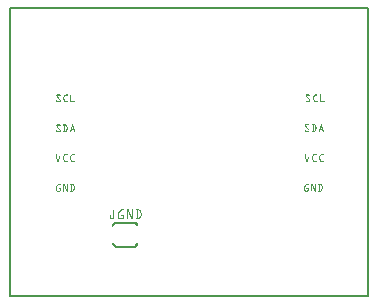
<source format=gto>
G04 MADE WITH FRITZING*
G04 WWW.FRITZING.ORG*
G04 DOUBLE SIDED*
G04 HOLES PLATED*
G04 CONTOUR ON CENTER OF CONTOUR VECTOR*
%ASAXBY*%
%FSLAX23Y23*%
%MOIN*%
%OFA0B0*%
%SFA1.0B1.0*%
%ADD10R,1.200790X0.966382X1.184790X0.950382*%
%ADD11C,0.008000*%
%ADD12R,0.001000X0.001000*%
%LNSILK1*%
G90*
G70*
G54D11*
X4Y962D02*
X1197Y962D01*
X1197Y4D01*
X4Y4D01*
X4Y962D01*
D02*
X420Y167D02*
X357Y167D01*
D02*
X357Y246D02*
X420Y246D01*
G54D12*
X161Y674D02*
X169Y674D01*
X189Y674D02*
X195Y674D01*
X206Y674D02*
X206Y674D01*
X992Y674D02*
X1001Y674D01*
X1021Y674D02*
X1027Y674D01*
X1038Y674D02*
X1038Y674D01*
X159Y673D02*
X171Y673D01*
X187Y673D02*
X196Y673D01*
X205Y673D02*
X207Y673D01*
X990Y673D02*
X1003Y673D01*
X1018Y673D02*
X1028Y673D01*
X1037Y673D02*
X1039Y673D01*
X158Y672D02*
X172Y672D01*
X186Y672D02*
X196Y672D01*
X205Y672D02*
X207Y672D01*
X990Y672D02*
X1004Y672D01*
X1017Y672D02*
X1028Y672D01*
X1037Y672D02*
X1039Y672D01*
X158Y671D02*
X173Y671D01*
X185Y671D02*
X195Y671D01*
X205Y671D02*
X207Y671D01*
X989Y671D02*
X1004Y671D01*
X1017Y671D02*
X1027Y671D01*
X1037Y671D02*
X1039Y671D01*
X158Y670D02*
X160Y670D01*
X170Y670D02*
X173Y670D01*
X184Y670D02*
X187Y670D01*
X205Y670D02*
X207Y670D01*
X989Y670D02*
X992Y670D01*
X1002Y670D02*
X1005Y670D01*
X1016Y670D02*
X1019Y670D01*
X1037Y670D02*
X1039Y670D01*
X158Y669D02*
X161Y669D01*
X171Y669D02*
X173Y669D01*
X184Y669D02*
X187Y669D01*
X205Y669D02*
X207Y669D01*
X990Y669D02*
X993Y669D01*
X1003Y669D02*
X1004Y669D01*
X1016Y669D02*
X1019Y669D01*
X1037Y669D02*
X1039Y669D01*
X158Y668D02*
X162Y668D01*
X184Y668D02*
X186Y668D01*
X205Y668D02*
X207Y668D01*
X990Y668D02*
X993Y668D01*
X1015Y668D02*
X1018Y668D01*
X1037Y668D02*
X1039Y668D01*
X159Y667D02*
X162Y667D01*
X183Y667D02*
X186Y667D01*
X205Y667D02*
X207Y667D01*
X991Y667D02*
X994Y667D01*
X1015Y667D02*
X1018Y667D01*
X1037Y667D02*
X1039Y667D01*
X160Y666D02*
X163Y666D01*
X183Y666D02*
X185Y666D01*
X205Y666D02*
X207Y666D01*
X992Y666D02*
X995Y666D01*
X1014Y666D02*
X1017Y666D01*
X1037Y666D02*
X1039Y666D01*
X161Y665D02*
X164Y665D01*
X182Y665D02*
X185Y665D01*
X205Y665D02*
X207Y665D01*
X992Y665D02*
X996Y665D01*
X1014Y665D02*
X1017Y665D01*
X1037Y665D02*
X1039Y665D01*
X161Y664D02*
X165Y664D01*
X182Y664D02*
X184Y664D01*
X205Y664D02*
X207Y664D01*
X993Y664D02*
X996Y664D01*
X1013Y664D02*
X1016Y664D01*
X1037Y664D02*
X1039Y664D01*
X162Y663D02*
X165Y663D01*
X181Y663D02*
X184Y663D01*
X205Y663D02*
X207Y663D01*
X994Y663D02*
X997Y663D01*
X1013Y663D02*
X1016Y663D01*
X1037Y663D02*
X1039Y663D01*
X163Y662D02*
X166Y662D01*
X181Y662D02*
X184Y662D01*
X205Y662D02*
X207Y662D01*
X995Y662D02*
X998Y662D01*
X1013Y662D02*
X1015Y662D01*
X1037Y662D02*
X1039Y662D01*
X164Y661D02*
X167Y661D01*
X181Y661D02*
X183Y661D01*
X205Y661D02*
X207Y661D01*
X996Y661D02*
X999Y661D01*
X1013Y661D02*
X1015Y661D01*
X1037Y661D02*
X1039Y661D01*
X165Y660D02*
X168Y660D01*
X181Y660D02*
X184Y660D01*
X205Y660D02*
X207Y660D01*
X996Y660D02*
X1000Y660D01*
X1013Y660D02*
X1016Y660D01*
X1037Y660D02*
X1039Y660D01*
X165Y659D02*
X169Y659D01*
X182Y659D02*
X184Y659D01*
X205Y659D02*
X207Y659D01*
X997Y659D02*
X1000Y659D01*
X1013Y659D02*
X1016Y659D01*
X1037Y659D02*
X1039Y659D01*
X166Y658D02*
X169Y658D01*
X182Y658D02*
X185Y658D01*
X205Y658D02*
X207Y658D01*
X998Y658D02*
X1001Y658D01*
X1014Y658D02*
X1016Y658D01*
X1037Y658D02*
X1039Y658D01*
X167Y657D02*
X170Y657D01*
X182Y657D02*
X185Y657D01*
X205Y657D02*
X207Y657D01*
X999Y657D02*
X1002Y657D01*
X1014Y657D02*
X1017Y657D01*
X1037Y657D02*
X1039Y657D01*
X168Y656D02*
X171Y656D01*
X183Y656D02*
X186Y656D01*
X205Y656D02*
X207Y656D01*
X999Y656D02*
X1003Y656D01*
X1015Y656D02*
X1017Y656D01*
X1037Y656D02*
X1039Y656D01*
X168Y655D02*
X172Y655D01*
X183Y655D02*
X186Y655D01*
X205Y655D02*
X207Y655D01*
X1000Y655D02*
X1003Y655D01*
X1015Y655D02*
X1018Y655D01*
X1037Y655D02*
X1039Y655D01*
X158Y654D02*
X159Y654D01*
X169Y654D02*
X172Y654D01*
X184Y654D02*
X187Y654D01*
X205Y654D02*
X207Y654D01*
X990Y654D02*
X991Y654D01*
X1001Y654D02*
X1004Y654D01*
X1016Y654D02*
X1018Y654D01*
X1037Y654D02*
X1039Y654D01*
X158Y653D02*
X160Y653D01*
X170Y653D02*
X173Y653D01*
X184Y653D02*
X187Y653D01*
X205Y653D02*
X207Y653D01*
X989Y653D02*
X992Y653D01*
X1002Y653D02*
X1005Y653D01*
X1016Y653D02*
X1019Y653D01*
X1037Y653D02*
X1039Y653D01*
X158Y652D02*
X161Y652D01*
X170Y652D02*
X173Y652D01*
X185Y652D02*
X188Y652D01*
X205Y652D02*
X207Y652D01*
X989Y652D02*
X992Y652D01*
X1002Y652D02*
X1005Y652D01*
X1017Y652D02*
X1020Y652D01*
X1037Y652D02*
X1039Y652D01*
X158Y651D02*
X173Y651D01*
X185Y651D02*
X196Y651D01*
X205Y651D02*
X220Y651D01*
X990Y651D02*
X1004Y651D01*
X1017Y651D02*
X1028Y651D01*
X1037Y651D02*
X1052Y651D01*
X159Y650D02*
X172Y650D01*
X186Y650D02*
X196Y650D01*
X205Y650D02*
X220Y650D01*
X991Y650D02*
X1004Y650D01*
X1018Y650D02*
X1028Y650D01*
X1037Y650D02*
X1052Y650D01*
X160Y649D02*
X171Y649D01*
X188Y649D02*
X196Y649D01*
X205Y649D02*
X219Y649D01*
X992Y649D02*
X1003Y649D01*
X1020Y649D02*
X1028Y649D01*
X1037Y649D02*
X1051Y649D01*
X988Y575D02*
X998Y575D01*
X1010Y575D02*
X1018Y575D01*
X1040Y575D02*
X1041Y575D01*
X160Y574D02*
X169Y574D01*
X182Y574D02*
X189Y574D01*
X212Y574D02*
X212Y574D01*
X987Y574D02*
X1000Y574D01*
X1010Y574D02*
X1020Y574D01*
X1040Y574D02*
X1042Y574D01*
X158Y573D02*
X171Y573D01*
X181Y573D02*
X190Y573D01*
X211Y573D02*
X213Y573D01*
X986Y573D02*
X1001Y573D01*
X1010Y573D02*
X1020Y573D01*
X1039Y573D02*
X1042Y573D01*
X157Y572D02*
X172Y572D01*
X181Y572D02*
X191Y572D01*
X210Y572D02*
X213Y572D01*
X986Y572D02*
X989Y572D01*
X998Y572D02*
X1001Y572D01*
X1012Y572D02*
X1021Y572D01*
X1039Y572D02*
X1043Y572D01*
X157Y571D02*
X172Y571D01*
X182Y571D02*
X192Y571D01*
X210Y571D02*
X214Y571D01*
X986Y571D02*
X989Y571D01*
X999Y571D02*
X1001Y571D01*
X1013Y571D02*
X1015Y571D01*
X1019Y571D02*
X1022Y571D01*
X1039Y571D02*
X1043Y571D01*
X157Y570D02*
X160Y570D01*
X170Y570D02*
X172Y570D01*
X184Y570D02*
X186Y570D01*
X190Y570D02*
X192Y570D01*
X210Y570D02*
X214Y570D01*
X986Y570D02*
X989Y570D01*
X999Y570D02*
X1001Y570D01*
X1013Y570D02*
X1015Y570D01*
X1019Y570D02*
X1022Y570D01*
X1038Y570D02*
X1043Y570D01*
X157Y569D02*
X160Y569D01*
X170Y569D02*
X172Y569D01*
X184Y569D02*
X186Y569D01*
X190Y569D02*
X193Y569D01*
X210Y569D02*
X214Y569D01*
X987Y569D02*
X990Y569D01*
X1013Y569D02*
X1015Y569D01*
X1020Y569D02*
X1023Y569D01*
X1038Y569D02*
X1043Y569D01*
X158Y568D02*
X161Y568D01*
X184Y568D02*
X186Y568D01*
X191Y568D02*
X193Y568D01*
X209Y568D02*
X214Y568D01*
X988Y568D02*
X991Y568D01*
X1013Y568D02*
X1015Y568D01*
X1020Y568D02*
X1023Y568D01*
X1038Y568D02*
X1044Y568D01*
X159Y567D02*
X162Y567D01*
X184Y567D02*
X186Y567D01*
X191Y567D02*
X194Y567D01*
X209Y567D02*
X215Y567D01*
X988Y567D02*
X992Y567D01*
X1013Y567D02*
X1015Y567D01*
X1021Y567D02*
X1024Y567D01*
X1038Y567D02*
X1044Y567D01*
X159Y566D02*
X163Y566D01*
X184Y566D02*
X186Y566D01*
X192Y566D02*
X194Y566D01*
X209Y566D02*
X215Y566D01*
X989Y566D02*
X993Y566D01*
X1013Y566D02*
X1015Y566D01*
X1021Y566D02*
X1024Y566D01*
X1037Y566D02*
X1040Y566D01*
X1042Y566D02*
X1044Y566D01*
X160Y565D02*
X163Y565D01*
X184Y565D02*
X186Y565D01*
X192Y565D02*
X195Y565D01*
X208Y565D02*
X211Y565D01*
X213Y565D02*
X215Y565D01*
X990Y565D02*
X993Y565D01*
X1013Y565D02*
X1015Y565D01*
X1022Y565D02*
X1024Y565D01*
X1037Y565D02*
X1039Y565D01*
X1042Y565D02*
X1045Y565D01*
X161Y564D02*
X164Y564D01*
X184Y564D02*
X186Y564D01*
X193Y564D02*
X195Y564D01*
X208Y564D02*
X211Y564D01*
X213Y564D02*
X216Y564D01*
X991Y564D02*
X994Y564D01*
X1013Y564D02*
X1015Y564D01*
X1022Y564D02*
X1025Y564D01*
X1037Y564D02*
X1039Y564D01*
X1042Y564D02*
X1045Y564D01*
X162Y563D02*
X165Y563D01*
X184Y563D02*
X186Y563D01*
X193Y563D02*
X196Y563D01*
X208Y563D02*
X210Y563D01*
X213Y563D02*
X216Y563D01*
X992Y563D02*
X995Y563D01*
X1013Y563D02*
X1015Y563D01*
X1023Y563D02*
X1025Y563D01*
X1036Y563D02*
X1039Y563D01*
X1043Y563D02*
X1045Y563D01*
X162Y562D02*
X166Y562D01*
X184Y562D02*
X186Y562D01*
X194Y562D02*
X196Y562D01*
X208Y562D02*
X210Y562D01*
X214Y562D02*
X216Y562D01*
X992Y562D02*
X996Y562D01*
X1013Y562D02*
X1015Y562D01*
X1022Y562D02*
X1025Y562D01*
X1036Y562D02*
X1039Y562D01*
X1043Y562D02*
X1045Y562D01*
X163Y561D02*
X167Y561D01*
X184Y561D02*
X186Y561D01*
X193Y561D02*
X196Y561D01*
X207Y561D02*
X210Y561D01*
X214Y561D02*
X216Y561D01*
X993Y561D02*
X996Y561D01*
X1013Y561D02*
X1015Y561D01*
X1022Y561D02*
X1025Y561D01*
X1036Y561D02*
X1038Y561D01*
X1043Y561D02*
X1046Y561D01*
X164Y560D02*
X167Y560D01*
X184Y560D02*
X186Y560D01*
X193Y560D02*
X196Y560D01*
X207Y560D02*
X209Y560D01*
X214Y560D02*
X217Y560D01*
X994Y560D02*
X997Y560D01*
X1013Y560D02*
X1015Y560D01*
X1022Y560D02*
X1024Y560D01*
X1036Y560D02*
X1038Y560D01*
X1044Y560D02*
X1046Y560D01*
X165Y559D02*
X168Y559D01*
X184Y559D02*
X186Y559D01*
X193Y559D02*
X195Y559D01*
X207Y559D02*
X209Y559D01*
X215Y559D02*
X217Y559D01*
X995Y559D02*
X998Y559D01*
X1013Y559D02*
X1015Y559D01*
X1021Y559D02*
X1024Y559D01*
X1035Y559D02*
X1038Y559D01*
X1044Y559D02*
X1046Y559D01*
X166Y558D02*
X169Y558D01*
X184Y558D02*
X186Y558D01*
X192Y558D02*
X195Y558D01*
X206Y558D02*
X209Y558D01*
X215Y558D02*
X217Y558D01*
X995Y558D02*
X999Y558D01*
X1013Y558D02*
X1015Y558D01*
X1021Y558D02*
X1023Y558D01*
X1035Y558D02*
X1047Y558D01*
X166Y557D02*
X170Y557D01*
X184Y557D02*
X186Y557D01*
X192Y557D02*
X195Y557D01*
X206Y557D02*
X218Y557D01*
X996Y557D02*
X1000Y557D01*
X1013Y557D02*
X1015Y557D01*
X1020Y557D02*
X1023Y557D01*
X1035Y557D02*
X1047Y557D01*
X167Y556D02*
X170Y556D01*
X184Y556D02*
X186Y556D01*
X191Y556D02*
X194Y556D01*
X206Y556D02*
X218Y556D01*
X997Y556D02*
X1000Y556D01*
X1013Y556D02*
X1015Y556D01*
X1020Y556D02*
X1022Y556D01*
X1034Y556D02*
X1047Y556D01*
X168Y555D02*
X171Y555D01*
X184Y555D02*
X186Y555D01*
X191Y555D02*
X194Y555D01*
X205Y555D02*
X218Y555D01*
X986Y555D02*
X988Y555D01*
X998Y555D02*
X1001Y555D01*
X1013Y555D02*
X1015Y555D01*
X1019Y555D02*
X1022Y555D01*
X1034Y555D02*
X1037Y555D01*
X1045Y555D02*
X1047Y555D01*
X157Y554D02*
X159Y554D01*
X169Y554D02*
X172Y554D01*
X184Y554D02*
X186Y554D01*
X190Y554D02*
X193Y554D01*
X205Y554D02*
X208Y554D01*
X216Y554D02*
X218Y554D01*
X986Y554D02*
X988Y554D01*
X999Y554D02*
X1001Y554D01*
X1013Y554D02*
X1015Y554D01*
X1019Y554D02*
X1022Y554D01*
X1034Y554D02*
X1036Y554D01*
X1045Y554D02*
X1048Y554D01*
X157Y553D02*
X159Y553D01*
X169Y553D02*
X172Y553D01*
X184Y553D02*
X186Y553D01*
X190Y553D02*
X193Y553D01*
X205Y553D02*
X207Y553D01*
X216Y553D02*
X219Y553D01*
X986Y553D02*
X1001Y553D01*
X1011Y553D02*
X1021Y553D01*
X1034Y553D02*
X1036Y553D01*
X1046Y553D02*
X1048Y553D01*
X157Y552D02*
X160Y552D01*
X170Y552D02*
X172Y552D01*
X183Y552D02*
X186Y552D01*
X189Y552D02*
X192Y552D01*
X205Y552D02*
X207Y552D01*
X217Y552D02*
X219Y552D01*
X987Y552D02*
X1001Y552D01*
X1010Y552D02*
X1020Y552D01*
X1033Y552D02*
X1036Y552D01*
X1046Y552D02*
X1048Y552D01*
X158Y551D02*
X172Y551D01*
X181Y551D02*
X192Y551D01*
X204Y551D02*
X207Y551D01*
X217Y551D02*
X219Y551D01*
X987Y551D02*
X1000Y551D01*
X1010Y551D02*
X1020Y551D01*
X1033Y551D02*
X1035Y551D01*
X1046Y551D02*
X1048Y551D01*
X158Y550D02*
X171Y550D01*
X181Y550D02*
X191Y550D01*
X204Y550D02*
X206Y550D01*
X217Y550D02*
X219Y550D01*
X989Y550D02*
X999Y550D01*
X1010Y550D02*
X1018Y550D01*
X1034Y550D02*
X1034Y550D01*
X1047Y550D02*
X1048Y550D01*
X160Y549D02*
X170Y549D01*
X181Y549D02*
X189Y549D01*
X205Y549D02*
X206Y549D01*
X218Y549D02*
X219Y549D01*
X156Y474D02*
X158Y474D01*
X169Y474D02*
X171Y474D01*
X185Y474D02*
X195Y474D01*
X209Y474D02*
X218Y474D01*
X986Y474D02*
X988Y474D01*
X999Y474D02*
X1001Y474D01*
X1015Y474D02*
X1025Y474D01*
X1039Y474D02*
X1048Y474D01*
X156Y473D02*
X158Y473D01*
X169Y473D02*
X171Y473D01*
X184Y473D02*
X195Y473D01*
X208Y473D02*
X218Y473D01*
X986Y473D02*
X988Y473D01*
X999Y473D02*
X1001Y473D01*
X1014Y473D02*
X1025Y473D01*
X1038Y473D02*
X1048Y473D01*
X156Y472D02*
X158Y472D01*
X169Y472D02*
X171Y472D01*
X183Y472D02*
X194Y472D01*
X207Y472D02*
X218Y472D01*
X986Y472D02*
X988Y472D01*
X999Y472D02*
X1001Y472D01*
X1014Y472D02*
X1024Y472D01*
X1037Y472D02*
X1048Y472D01*
X156Y471D02*
X158Y471D01*
X169Y471D02*
X171Y471D01*
X183Y471D02*
X186Y471D01*
X207Y471D02*
X209Y471D01*
X986Y471D02*
X988Y471D01*
X999Y471D02*
X1001Y471D01*
X1013Y471D02*
X1016Y471D01*
X1037Y471D02*
X1040Y471D01*
X156Y470D02*
X158Y470D01*
X169Y470D02*
X171Y470D01*
X182Y470D02*
X185Y470D01*
X206Y470D02*
X209Y470D01*
X986Y470D02*
X988Y470D01*
X999Y470D02*
X1001Y470D01*
X1013Y470D02*
X1015Y470D01*
X1036Y470D02*
X1039Y470D01*
X156Y469D02*
X158Y469D01*
X169Y469D02*
X171Y469D01*
X182Y469D02*
X185Y469D01*
X206Y469D02*
X208Y469D01*
X986Y469D02*
X988Y469D01*
X999Y469D02*
X1001Y469D01*
X1012Y469D02*
X1015Y469D01*
X1036Y469D02*
X1038Y469D01*
X156Y468D02*
X158Y468D01*
X169Y468D02*
X171Y468D01*
X181Y468D02*
X184Y468D01*
X205Y468D02*
X208Y468D01*
X986Y468D02*
X988Y468D01*
X999Y468D02*
X1001Y468D01*
X1012Y468D02*
X1014Y468D01*
X1035Y468D02*
X1038Y468D01*
X156Y467D02*
X159Y467D01*
X168Y467D02*
X171Y467D01*
X181Y467D02*
X184Y467D01*
X205Y467D02*
X207Y467D01*
X986Y467D02*
X989Y467D01*
X999Y467D02*
X1001Y467D01*
X1011Y467D02*
X1014Y467D01*
X1035Y467D02*
X1037Y467D01*
X156Y466D02*
X159Y466D01*
X168Y466D02*
X171Y466D01*
X180Y466D02*
X183Y466D01*
X204Y466D02*
X207Y466D01*
X986Y466D02*
X989Y466D01*
X998Y466D02*
X1001Y466D01*
X1011Y466D02*
X1013Y466D01*
X1034Y466D02*
X1037Y466D01*
X157Y465D02*
X159Y465D01*
X168Y465D02*
X170Y465D01*
X180Y465D02*
X183Y465D01*
X204Y465D02*
X206Y465D01*
X987Y465D02*
X989Y465D01*
X998Y465D02*
X1000Y465D01*
X1010Y465D02*
X1013Y465D01*
X1034Y465D02*
X1036Y465D01*
X157Y464D02*
X160Y464D01*
X167Y464D02*
X170Y464D01*
X180Y464D02*
X182Y464D01*
X203Y464D02*
X206Y464D01*
X987Y464D02*
X990Y464D01*
X997Y464D02*
X1000Y464D01*
X1010Y464D02*
X1012Y464D01*
X1033Y464D02*
X1036Y464D01*
X157Y463D02*
X160Y463D01*
X167Y463D02*
X169Y463D01*
X180Y463D02*
X182Y463D01*
X203Y463D02*
X206Y463D01*
X988Y463D02*
X990Y463D01*
X997Y463D02*
X1000Y463D01*
X1010Y463D02*
X1012Y463D01*
X1033Y463D02*
X1036Y463D01*
X158Y462D02*
X160Y462D01*
X166Y462D02*
X169Y462D01*
X179Y462D02*
X182Y462D01*
X203Y462D02*
X205Y462D01*
X988Y462D02*
X991Y462D01*
X997Y462D02*
X999Y462D01*
X1010Y462D02*
X1012Y462D01*
X1033Y462D02*
X1036Y462D01*
X158Y461D02*
X161Y461D01*
X166Y461D02*
X169Y461D01*
X180Y461D02*
X182Y461D01*
X203Y461D02*
X206Y461D01*
X988Y461D02*
X991Y461D01*
X996Y461D02*
X999Y461D01*
X1010Y461D02*
X1012Y461D01*
X1033Y461D02*
X1036Y461D01*
X159Y460D02*
X161Y460D01*
X166Y460D02*
X168Y460D01*
X180Y460D02*
X182Y460D01*
X203Y460D02*
X206Y460D01*
X989Y460D02*
X991Y460D01*
X996Y460D02*
X998Y460D01*
X1010Y460D02*
X1012Y460D01*
X1034Y460D02*
X1036Y460D01*
X159Y459D02*
X162Y459D01*
X165Y459D02*
X168Y459D01*
X180Y459D02*
X183Y459D01*
X204Y459D02*
X206Y459D01*
X989Y459D02*
X992Y459D01*
X995Y459D02*
X998Y459D01*
X1010Y459D02*
X1013Y459D01*
X1034Y459D02*
X1037Y459D01*
X159Y458D02*
X162Y458D01*
X165Y458D02*
X167Y458D01*
X181Y458D02*
X183Y458D01*
X204Y458D02*
X207Y458D01*
X990Y458D02*
X992Y458D01*
X995Y458D02*
X998Y458D01*
X1011Y458D02*
X1013Y458D01*
X1034Y458D02*
X1037Y458D01*
X160Y457D02*
X162Y457D01*
X165Y457D02*
X167Y457D01*
X181Y457D02*
X184Y457D01*
X205Y457D02*
X207Y457D01*
X990Y457D02*
X993Y457D01*
X995Y457D02*
X997Y457D01*
X1011Y457D02*
X1014Y457D01*
X1035Y457D02*
X1038Y457D01*
X160Y456D02*
X167Y456D01*
X182Y456D02*
X184Y456D01*
X205Y456D02*
X208Y456D01*
X990Y456D02*
X997Y456D01*
X1012Y456D02*
X1014Y456D01*
X1035Y456D02*
X1038Y456D01*
X161Y455D02*
X166Y455D01*
X182Y455D02*
X185Y455D01*
X206Y455D02*
X208Y455D01*
X991Y455D02*
X996Y455D01*
X1012Y455D02*
X1015Y455D01*
X1036Y455D02*
X1039Y455D01*
X161Y454D02*
X166Y454D01*
X183Y454D02*
X185Y454D01*
X206Y454D02*
X209Y454D01*
X991Y454D02*
X996Y454D01*
X1013Y454D02*
X1015Y454D01*
X1036Y454D02*
X1039Y454D01*
X161Y453D02*
X166Y453D01*
X183Y453D02*
X186Y453D01*
X207Y453D02*
X210Y453D01*
X992Y453D02*
X996Y453D01*
X1013Y453D02*
X1016Y453D01*
X1037Y453D02*
X1040Y453D01*
X162Y452D02*
X165Y452D01*
X184Y452D02*
X194Y452D01*
X207Y452D02*
X218Y452D01*
X992Y452D02*
X995Y452D01*
X1014Y452D02*
X1024Y452D01*
X1037Y452D02*
X1048Y452D01*
X162Y451D02*
X165Y451D01*
X184Y451D02*
X195Y451D01*
X208Y451D02*
X218Y451D01*
X992Y451D02*
X995Y451D01*
X1014Y451D02*
X1025Y451D01*
X1038Y451D02*
X1048Y451D01*
X163Y450D02*
X164Y450D01*
X186Y450D02*
X194Y450D01*
X209Y450D02*
X218Y450D01*
X993Y450D02*
X994Y450D01*
X1016Y450D02*
X1024Y450D01*
X1039Y450D02*
X1048Y450D01*
X166Y376D02*
X172Y376D01*
X181Y376D02*
X184Y376D01*
X195Y376D02*
X195Y376D01*
X206Y376D02*
X212Y376D01*
X992Y376D02*
X999Y376D01*
X1008Y376D02*
X1011Y376D01*
X1022Y376D02*
X1022Y376D01*
X1032Y376D02*
X1040Y376D01*
X164Y375D02*
X173Y375D01*
X181Y375D02*
X185Y375D01*
X194Y375D02*
X196Y375D01*
X205Y375D02*
X214Y375D01*
X991Y375D02*
X999Y375D01*
X1008Y375D02*
X1012Y375D01*
X1021Y375D02*
X1023Y375D01*
X1032Y375D02*
X1041Y375D01*
X163Y374D02*
X173Y374D01*
X181Y374D02*
X185Y374D01*
X194Y374D02*
X196Y374D01*
X205Y374D02*
X215Y374D01*
X990Y374D02*
X999Y374D01*
X1008Y374D02*
X1012Y374D01*
X1021Y374D02*
X1023Y374D01*
X1032Y374D02*
X1042Y374D01*
X162Y373D02*
X172Y373D01*
X181Y373D02*
X186Y373D01*
X194Y373D02*
X196Y373D01*
X206Y373D02*
X216Y373D01*
X989Y373D02*
X998Y373D01*
X1008Y373D02*
X1013Y373D01*
X1021Y373D02*
X1023Y373D01*
X1033Y373D02*
X1043Y373D01*
X162Y372D02*
X165Y372D01*
X181Y372D02*
X186Y372D01*
X194Y372D02*
X196Y372D01*
X208Y372D02*
X210Y372D01*
X214Y372D02*
X217Y372D01*
X988Y372D02*
X991Y372D01*
X1008Y372D02*
X1013Y372D01*
X1021Y372D02*
X1023Y372D01*
X1035Y372D02*
X1037Y372D01*
X1041Y372D02*
X1043Y372D01*
X161Y371D02*
X164Y371D01*
X181Y371D02*
X187Y371D01*
X194Y371D02*
X196Y371D01*
X208Y371D02*
X210Y371D01*
X214Y371D02*
X217Y371D01*
X987Y371D02*
X991Y371D01*
X1008Y371D02*
X1013Y371D01*
X1021Y371D02*
X1023Y371D01*
X1035Y371D02*
X1037Y371D01*
X1041Y371D02*
X1044Y371D01*
X160Y370D02*
X163Y370D01*
X181Y370D02*
X187Y370D01*
X194Y370D02*
X196Y370D01*
X208Y370D02*
X210Y370D01*
X215Y370D02*
X218Y370D01*
X987Y370D02*
X990Y370D01*
X1008Y370D02*
X1014Y370D01*
X1021Y370D02*
X1023Y370D01*
X1035Y370D02*
X1037Y370D01*
X1042Y370D02*
X1044Y370D01*
X159Y369D02*
X162Y369D01*
X181Y369D02*
X188Y369D01*
X194Y369D02*
X196Y369D01*
X208Y369D02*
X210Y369D01*
X215Y369D02*
X218Y369D01*
X986Y369D02*
X989Y369D01*
X1008Y369D02*
X1010Y369D01*
X1012Y369D02*
X1014Y369D01*
X1021Y369D02*
X1023Y369D01*
X1035Y369D02*
X1037Y369D01*
X1042Y369D02*
X1045Y369D01*
X159Y368D02*
X162Y368D01*
X181Y368D02*
X183Y368D01*
X185Y368D02*
X188Y368D01*
X194Y368D02*
X196Y368D01*
X208Y368D02*
X210Y368D01*
X216Y368D02*
X219Y368D01*
X985Y368D02*
X988Y368D01*
X1008Y368D02*
X1010Y368D01*
X1012Y368D02*
X1015Y368D01*
X1021Y368D02*
X1023Y368D01*
X1035Y368D02*
X1037Y368D01*
X1043Y368D02*
X1045Y368D01*
X158Y367D02*
X161Y367D01*
X181Y367D02*
X183Y367D01*
X186Y367D02*
X188Y367D01*
X194Y367D02*
X196Y367D01*
X208Y367D02*
X210Y367D01*
X216Y367D02*
X219Y367D01*
X985Y367D02*
X988Y367D01*
X1008Y367D02*
X1010Y367D01*
X1013Y367D02*
X1015Y367D01*
X1021Y367D02*
X1023Y367D01*
X1035Y367D02*
X1037Y367D01*
X1043Y367D02*
X1046Y367D01*
X158Y366D02*
X160Y366D01*
X181Y366D02*
X183Y366D01*
X186Y366D02*
X189Y366D01*
X194Y366D02*
X196Y366D01*
X208Y366D02*
X210Y366D01*
X217Y366D02*
X219Y366D01*
X984Y366D02*
X987Y366D01*
X1008Y366D02*
X1010Y366D01*
X1013Y366D02*
X1016Y366D01*
X1021Y366D02*
X1023Y366D01*
X1035Y366D02*
X1037Y366D01*
X1044Y366D02*
X1046Y366D01*
X158Y365D02*
X160Y365D01*
X181Y365D02*
X183Y365D01*
X187Y365D02*
X189Y365D01*
X194Y365D02*
X196Y365D01*
X208Y365D02*
X210Y365D01*
X217Y365D02*
X220Y365D01*
X984Y365D02*
X987Y365D01*
X1008Y365D02*
X1010Y365D01*
X1013Y365D02*
X1016Y365D01*
X1021Y365D02*
X1023Y365D01*
X1035Y365D02*
X1037Y365D01*
X1044Y365D02*
X1047Y365D01*
X157Y364D02*
X160Y364D01*
X181Y364D02*
X183Y364D01*
X187Y364D02*
X190Y364D01*
X194Y364D02*
X196Y364D01*
X208Y364D02*
X210Y364D01*
X218Y364D02*
X220Y364D01*
X984Y364D02*
X987Y364D01*
X1008Y364D02*
X1010Y364D01*
X1014Y364D02*
X1017Y364D01*
X1021Y364D02*
X1023Y364D01*
X1035Y364D02*
X1037Y364D01*
X1044Y364D02*
X1047Y364D01*
X157Y363D02*
X160Y363D01*
X181Y363D02*
X183Y363D01*
X188Y363D02*
X190Y363D01*
X194Y363D02*
X196Y363D01*
X208Y363D02*
X210Y363D01*
X218Y363D02*
X220Y363D01*
X984Y363D02*
X987Y363D01*
X1008Y363D02*
X1010Y363D01*
X1014Y363D02*
X1017Y363D01*
X1021Y363D02*
X1023Y363D01*
X1035Y363D02*
X1037Y363D01*
X1044Y363D02*
X1047Y363D01*
X157Y362D02*
X160Y362D01*
X167Y362D02*
X173Y362D01*
X181Y362D02*
X183Y362D01*
X188Y362D02*
X191Y362D01*
X194Y362D02*
X196Y362D01*
X208Y362D02*
X210Y362D01*
X217Y362D02*
X220Y362D01*
X984Y362D02*
X987Y362D01*
X993Y362D02*
X999Y362D01*
X1008Y362D02*
X1010Y362D01*
X1015Y362D02*
X1017Y362D01*
X1021Y362D02*
X1023Y362D01*
X1035Y362D02*
X1037Y362D01*
X1044Y362D02*
X1047Y362D01*
X157Y361D02*
X160Y361D01*
X166Y361D02*
X173Y361D01*
X181Y361D02*
X183Y361D01*
X188Y361D02*
X191Y361D01*
X194Y361D02*
X196Y361D01*
X208Y361D02*
X210Y361D01*
X217Y361D02*
X220Y361D01*
X984Y361D02*
X987Y361D01*
X992Y361D02*
X1000Y361D01*
X1008Y361D02*
X1010Y361D01*
X1015Y361D02*
X1018Y361D01*
X1021Y361D02*
X1023Y361D01*
X1035Y361D02*
X1037Y361D01*
X1044Y361D02*
X1046Y361D01*
X157Y360D02*
X160Y360D01*
X166Y360D02*
X173Y360D01*
X181Y360D02*
X183Y360D01*
X189Y360D02*
X192Y360D01*
X194Y360D02*
X196Y360D01*
X208Y360D02*
X210Y360D01*
X217Y360D02*
X219Y360D01*
X984Y360D02*
X987Y360D01*
X993Y360D02*
X1000Y360D01*
X1008Y360D02*
X1010Y360D01*
X1016Y360D02*
X1018Y360D01*
X1021Y360D02*
X1023Y360D01*
X1035Y360D02*
X1037Y360D01*
X1043Y360D02*
X1046Y360D01*
X157Y359D02*
X160Y359D01*
X167Y359D02*
X173Y359D01*
X181Y359D02*
X183Y359D01*
X189Y359D02*
X192Y359D01*
X194Y359D02*
X196Y359D01*
X208Y359D02*
X210Y359D01*
X216Y359D02*
X219Y359D01*
X984Y359D02*
X987Y359D01*
X997Y359D02*
X1000Y359D01*
X1008Y359D02*
X1010Y359D01*
X1016Y359D02*
X1019Y359D01*
X1021Y359D02*
X1023Y359D01*
X1035Y359D02*
X1037Y359D01*
X1043Y359D02*
X1045Y359D01*
X157Y358D02*
X160Y358D01*
X170Y358D02*
X173Y358D01*
X181Y358D02*
X183Y358D01*
X190Y358D02*
X192Y358D01*
X194Y358D02*
X196Y358D01*
X208Y358D02*
X210Y358D01*
X216Y358D02*
X218Y358D01*
X984Y358D02*
X987Y358D01*
X997Y358D02*
X1000Y358D01*
X1008Y358D02*
X1010Y358D01*
X1017Y358D02*
X1019Y358D01*
X1021Y358D02*
X1023Y358D01*
X1035Y358D02*
X1037Y358D01*
X1042Y358D02*
X1045Y358D01*
X157Y357D02*
X160Y357D01*
X170Y357D02*
X173Y357D01*
X181Y357D02*
X183Y357D01*
X190Y357D02*
X196Y357D01*
X208Y357D02*
X210Y357D01*
X215Y357D02*
X218Y357D01*
X984Y357D02*
X987Y357D01*
X997Y357D02*
X1000Y357D01*
X1008Y357D02*
X1010Y357D01*
X1017Y357D02*
X1023Y357D01*
X1035Y357D02*
X1037Y357D01*
X1042Y357D02*
X1044Y357D01*
X157Y356D02*
X160Y356D01*
X170Y356D02*
X173Y356D01*
X181Y356D02*
X183Y356D01*
X191Y356D02*
X196Y356D01*
X208Y356D02*
X210Y356D01*
X214Y356D02*
X217Y356D01*
X984Y356D02*
X987Y356D01*
X997Y356D02*
X1000Y356D01*
X1008Y356D02*
X1010Y356D01*
X1017Y356D02*
X1023Y356D01*
X1035Y356D02*
X1037Y356D01*
X1041Y356D02*
X1044Y356D01*
X158Y355D02*
X160Y355D01*
X170Y355D02*
X173Y355D01*
X181Y355D02*
X183Y355D01*
X191Y355D02*
X196Y355D01*
X208Y355D02*
X210Y355D01*
X214Y355D02*
X217Y355D01*
X984Y355D02*
X987Y355D01*
X997Y355D02*
X999Y355D01*
X1008Y355D02*
X1010Y355D01*
X1018Y355D02*
X1023Y355D01*
X1035Y355D02*
X1037Y355D01*
X1041Y355D02*
X1043Y355D01*
X158Y354D02*
X161Y354D01*
X169Y354D02*
X173Y354D01*
X181Y354D02*
X183Y354D01*
X192Y354D02*
X196Y354D01*
X208Y354D02*
X211Y354D01*
X213Y354D02*
X216Y354D01*
X985Y354D02*
X988Y354D01*
X995Y354D02*
X999Y354D01*
X1008Y354D02*
X1010Y354D01*
X1018Y354D02*
X1023Y354D01*
X1034Y354D02*
X1037Y354D01*
X1039Y354D02*
X1043Y354D01*
X158Y353D02*
X172Y353D01*
X181Y353D02*
X183Y353D01*
X192Y353D02*
X196Y353D01*
X205Y353D02*
X216Y353D01*
X985Y353D02*
X999Y353D01*
X1008Y353D02*
X1010Y353D01*
X1019Y353D02*
X1023Y353D01*
X1032Y353D02*
X1042Y353D01*
X159Y352D02*
X171Y352D01*
X181Y352D02*
X183Y352D01*
X192Y352D02*
X196Y352D01*
X205Y352D02*
X215Y352D01*
X986Y352D02*
X998Y352D01*
X1008Y352D02*
X1010Y352D01*
X1019Y352D02*
X1023Y352D01*
X1032Y352D02*
X1042Y352D01*
X160Y351D02*
X170Y351D01*
X182Y351D02*
X183Y351D01*
X193Y351D02*
X196Y351D01*
X205Y351D02*
X213Y351D01*
X988Y351D02*
X996Y351D01*
X1009Y351D02*
X1009Y351D01*
X1020Y351D02*
X1023Y351D01*
X1032Y351D02*
X1040Y351D01*
X349Y291D02*
X350Y291D01*
X374Y291D02*
X382Y291D01*
X394Y291D02*
X398Y291D01*
X411Y291D02*
X412Y291D01*
X425Y291D02*
X434Y291D01*
X348Y290D02*
X351Y290D01*
X372Y290D02*
X383Y290D01*
X393Y290D02*
X399Y290D01*
X410Y290D02*
X413Y290D01*
X424Y290D02*
X436Y290D01*
X348Y289D02*
X351Y289D01*
X371Y289D02*
X383Y289D01*
X393Y289D02*
X399Y289D01*
X410Y289D02*
X413Y289D01*
X424Y289D02*
X437Y289D01*
X348Y288D02*
X351Y288D01*
X370Y288D02*
X383Y288D01*
X393Y288D02*
X399Y288D01*
X410Y288D02*
X413Y288D01*
X424Y288D02*
X438Y288D01*
X348Y287D02*
X351Y287D01*
X369Y287D02*
X375Y287D01*
X393Y287D02*
X400Y287D01*
X410Y287D02*
X413Y287D01*
X427Y287D02*
X431Y287D01*
X433Y287D02*
X438Y287D01*
X348Y286D02*
X351Y286D01*
X369Y286D02*
X373Y286D01*
X393Y286D02*
X400Y286D01*
X410Y286D02*
X413Y286D01*
X428Y286D02*
X431Y286D01*
X435Y286D02*
X439Y286D01*
X348Y285D02*
X351Y285D01*
X368Y285D02*
X372Y285D01*
X393Y285D02*
X401Y285D01*
X410Y285D02*
X413Y285D01*
X428Y285D02*
X431Y285D01*
X436Y285D02*
X439Y285D01*
X348Y284D02*
X351Y284D01*
X367Y284D02*
X372Y284D01*
X393Y284D02*
X401Y284D01*
X410Y284D02*
X413Y284D01*
X428Y284D02*
X431Y284D01*
X436Y284D02*
X440Y284D01*
X348Y283D02*
X351Y283D01*
X366Y283D02*
X371Y283D01*
X393Y283D02*
X402Y283D01*
X410Y283D02*
X413Y283D01*
X428Y283D02*
X431Y283D01*
X437Y283D02*
X440Y283D01*
X348Y282D02*
X351Y282D01*
X366Y282D02*
X370Y282D01*
X393Y282D02*
X402Y282D01*
X410Y282D02*
X413Y282D01*
X428Y282D02*
X431Y282D01*
X437Y282D02*
X441Y282D01*
X348Y281D02*
X351Y281D01*
X365Y281D02*
X369Y281D01*
X393Y281D02*
X397Y281D01*
X399Y281D02*
X403Y281D01*
X410Y281D02*
X413Y281D01*
X428Y281D02*
X431Y281D01*
X438Y281D02*
X441Y281D01*
X348Y280D02*
X351Y280D01*
X364Y280D02*
X368Y280D01*
X393Y280D02*
X397Y280D01*
X399Y280D02*
X403Y280D01*
X410Y280D02*
X413Y280D01*
X428Y280D02*
X431Y280D01*
X438Y280D02*
X442Y280D01*
X348Y279D02*
X351Y279D01*
X364Y279D02*
X368Y279D01*
X393Y279D02*
X397Y279D01*
X400Y279D02*
X403Y279D01*
X410Y279D02*
X413Y279D01*
X428Y279D02*
X431Y279D01*
X439Y279D02*
X442Y279D01*
X348Y278D02*
X351Y278D01*
X364Y278D02*
X367Y278D01*
X393Y278D02*
X397Y278D01*
X400Y278D02*
X404Y278D01*
X410Y278D02*
X413Y278D01*
X428Y278D02*
X431Y278D01*
X439Y278D02*
X443Y278D01*
X348Y277D02*
X351Y277D01*
X364Y277D02*
X367Y277D01*
X393Y277D02*
X397Y277D01*
X401Y277D02*
X404Y277D01*
X410Y277D02*
X413Y277D01*
X428Y277D02*
X431Y277D01*
X440Y277D02*
X443Y277D01*
X348Y276D02*
X351Y276D01*
X364Y276D02*
X367Y276D01*
X393Y276D02*
X397Y276D01*
X401Y276D02*
X405Y276D01*
X410Y276D02*
X413Y276D01*
X428Y276D02*
X431Y276D01*
X440Y276D02*
X443Y276D01*
X348Y275D02*
X351Y275D01*
X364Y275D02*
X367Y275D01*
X393Y275D02*
X397Y275D01*
X402Y275D02*
X405Y275D01*
X410Y275D02*
X413Y275D01*
X428Y275D02*
X431Y275D01*
X440Y275D02*
X443Y275D01*
X348Y274D02*
X351Y274D01*
X364Y274D02*
X367Y274D01*
X393Y274D02*
X397Y274D01*
X402Y274D02*
X406Y274D01*
X410Y274D02*
X413Y274D01*
X428Y274D02*
X431Y274D01*
X440Y274D02*
X443Y274D01*
X336Y273D02*
X338Y273D01*
X348Y273D02*
X351Y273D01*
X364Y273D02*
X367Y273D01*
X375Y273D02*
X383Y273D01*
X393Y273D02*
X397Y273D01*
X402Y273D02*
X406Y273D01*
X410Y273D02*
X413Y273D01*
X428Y273D02*
X431Y273D01*
X440Y273D02*
X443Y273D01*
X336Y272D02*
X339Y272D01*
X348Y272D02*
X351Y272D01*
X364Y272D02*
X367Y272D01*
X374Y272D02*
X383Y272D01*
X393Y272D02*
X397Y272D01*
X403Y272D02*
X406Y272D01*
X410Y272D02*
X413Y272D01*
X428Y272D02*
X431Y272D01*
X439Y272D02*
X443Y272D01*
X336Y271D02*
X339Y271D01*
X348Y271D02*
X351Y271D01*
X364Y271D02*
X367Y271D01*
X374Y271D02*
X383Y271D01*
X393Y271D02*
X397Y271D01*
X403Y271D02*
X407Y271D01*
X410Y271D02*
X413Y271D01*
X428Y271D02*
X431Y271D01*
X439Y271D02*
X442Y271D01*
X336Y270D02*
X339Y270D01*
X348Y270D02*
X351Y270D01*
X364Y270D02*
X367Y270D01*
X375Y270D02*
X383Y270D01*
X393Y270D02*
X397Y270D01*
X404Y270D02*
X407Y270D01*
X410Y270D02*
X413Y270D01*
X428Y270D02*
X431Y270D01*
X438Y270D02*
X442Y270D01*
X336Y269D02*
X339Y269D01*
X348Y269D02*
X351Y269D01*
X364Y269D02*
X367Y269D01*
X380Y269D02*
X383Y269D01*
X393Y269D02*
X397Y269D01*
X404Y269D02*
X408Y269D01*
X410Y269D02*
X413Y269D01*
X428Y269D02*
X431Y269D01*
X438Y269D02*
X441Y269D01*
X336Y268D02*
X339Y268D01*
X348Y268D02*
X351Y268D01*
X364Y268D02*
X367Y268D01*
X380Y268D02*
X383Y268D01*
X393Y268D02*
X397Y268D01*
X405Y268D02*
X408Y268D01*
X410Y268D02*
X413Y268D01*
X428Y268D02*
X431Y268D01*
X437Y268D02*
X441Y268D01*
X336Y267D02*
X339Y267D01*
X348Y267D02*
X351Y267D01*
X364Y267D02*
X367Y267D01*
X380Y267D02*
X383Y267D01*
X393Y267D02*
X397Y267D01*
X405Y267D02*
X413Y267D01*
X428Y267D02*
X431Y267D01*
X437Y267D02*
X440Y267D01*
X336Y266D02*
X339Y266D01*
X348Y266D02*
X351Y266D01*
X364Y266D02*
X367Y266D01*
X380Y266D02*
X383Y266D01*
X393Y266D02*
X397Y266D01*
X405Y266D02*
X413Y266D01*
X428Y266D02*
X431Y266D01*
X436Y266D02*
X440Y266D01*
X336Y265D02*
X339Y265D01*
X348Y265D02*
X351Y265D01*
X364Y265D02*
X367Y265D01*
X380Y265D02*
X383Y265D01*
X393Y265D02*
X397Y265D01*
X406Y265D02*
X413Y265D01*
X428Y265D02*
X431Y265D01*
X436Y265D02*
X439Y265D01*
X336Y264D02*
X339Y264D01*
X348Y264D02*
X351Y264D01*
X364Y264D02*
X367Y264D01*
X380Y264D02*
X383Y264D01*
X393Y264D02*
X397Y264D01*
X406Y264D02*
X413Y264D01*
X428Y264D02*
X431Y264D01*
X435Y264D02*
X439Y264D01*
X336Y263D02*
X351Y263D01*
X364Y263D02*
X383Y263D01*
X393Y263D02*
X397Y263D01*
X407Y263D02*
X413Y263D01*
X426Y263D02*
X438Y263D01*
X337Y262D02*
X350Y262D01*
X364Y262D02*
X382Y262D01*
X393Y262D02*
X397Y262D01*
X407Y262D02*
X413Y262D01*
X424Y262D02*
X438Y262D01*
X337Y261D02*
X350Y261D01*
X365Y261D02*
X382Y261D01*
X394Y261D02*
X397Y261D01*
X408Y261D02*
X413Y261D01*
X424Y261D02*
X437Y261D01*
X338Y260D02*
X348Y260D01*
X366Y260D02*
X380Y260D01*
X394Y260D02*
X396Y260D01*
X408Y260D02*
X413Y260D01*
X424Y260D02*
X436Y260D01*
X340Y259D02*
X346Y259D01*
X368Y259D02*
X378Y259D01*
X395Y259D02*
X395Y259D01*
X409Y259D02*
X413Y259D01*
X425Y259D02*
X434Y259D01*
X420Y250D02*
X420Y250D01*
X352Y249D02*
X355Y249D01*
X420Y249D02*
X422Y249D01*
X351Y248D02*
X355Y248D01*
X420Y248D02*
X424Y248D01*
X349Y247D02*
X355Y247D01*
X419Y247D02*
X425Y247D01*
X348Y246D02*
X355Y246D01*
X419Y246D02*
X427Y246D01*
X347Y245D02*
X356Y245D01*
X419Y245D02*
X427Y245D01*
X347Y244D02*
X356Y244D01*
X419Y244D02*
X428Y244D01*
X346Y243D02*
X356Y243D01*
X419Y243D02*
X429Y243D01*
X346Y242D02*
X355Y242D01*
X420Y242D02*
X429Y242D01*
X345Y241D02*
X353Y241D01*
X421Y241D02*
X430Y241D01*
X345Y240D02*
X353Y240D01*
X422Y240D02*
X430Y240D01*
X345Y239D02*
X352Y239D01*
X423Y239D02*
X430Y239D01*
X345Y238D02*
X352Y238D01*
X423Y238D02*
X430Y238D01*
X344Y237D02*
X351Y237D01*
X423Y237D02*
X430Y237D01*
X344Y236D02*
X351Y236D01*
X423Y236D02*
X430Y236D01*
X344Y235D02*
X350Y235D01*
X425Y235D02*
X430Y235D01*
X345Y234D02*
X345Y234D01*
X430Y234D02*
X430Y234D01*
X345Y180D02*
X345Y180D01*
X430Y180D02*
X430Y180D01*
X345Y179D02*
X350Y179D01*
X425Y179D02*
X430Y179D01*
X344Y178D02*
X351Y178D01*
X423Y178D02*
X430Y178D01*
X344Y177D02*
X351Y177D01*
X423Y177D02*
X430Y177D01*
X345Y176D02*
X351Y176D01*
X423Y176D02*
X430Y176D01*
X345Y175D02*
X352Y175D01*
X423Y175D02*
X430Y175D01*
X345Y174D02*
X352Y174D01*
X422Y174D02*
X430Y174D01*
X345Y173D02*
X353Y173D01*
X421Y173D02*
X430Y173D01*
X345Y172D02*
X355Y172D01*
X420Y172D02*
X429Y172D01*
X346Y171D02*
X356Y171D01*
X419Y171D02*
X429Y171D01*
X347Y170D02*
X356Y170D01*
X419Y170D02*
X428Y170D01*
X347Y169D02*
X356Y169D01*
X419Y169D02*
X427Y169D01*
X348Y168D02*
X355Y168D01*
X419Y168D02*
X427Y168D01*
X349Y167D02*
X355Y167D01*
X419Y167D02*
X426Y167D01*
X350Y166D02*
X355Y166D01*
X420Y166D02*
X424Y166D01*
X352Y165D02*
X355Y165D01*
X420Y165D02*
X423Y165D01*
X355Y164D02*
X355Y164D01*
X420Y164D02*
X420Y164D01*
D02*
G04 End of Silk1*
M02*
</source>
